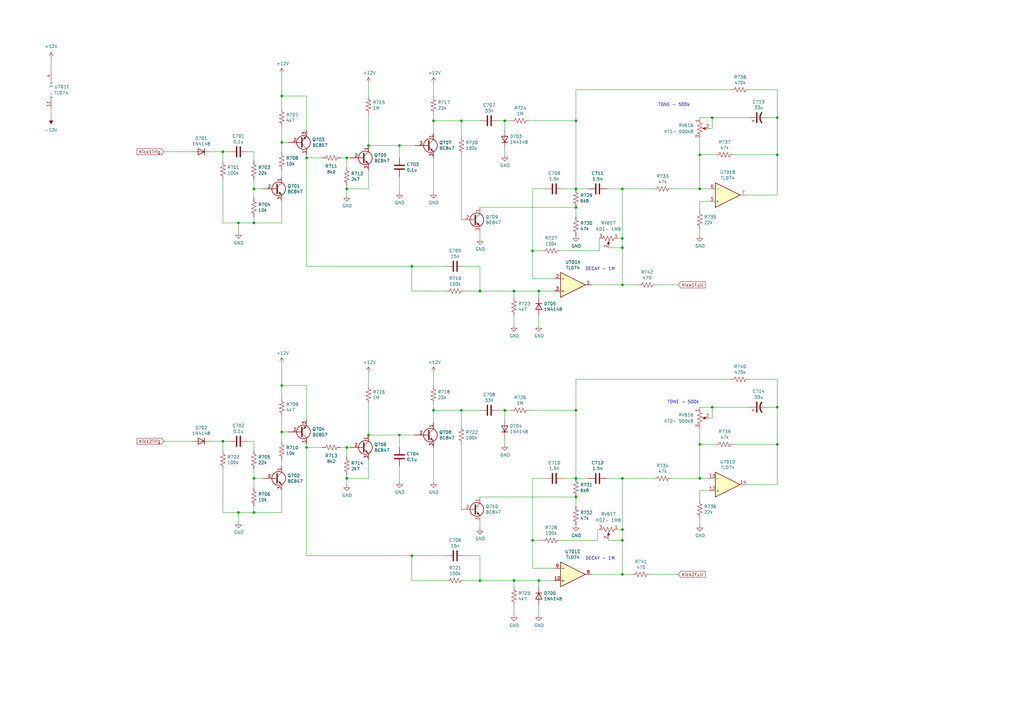
<source format=kicad_sch>
(kicad_sch (version 20230121) (generator eeschema)
  (paper "A3")
  (title_block (rev "1"))
  (junction (at 255.27 221.615))
  (junction (at 255.27 217.17))
  (junction (at 97.79 91.44))
  (junction (at 292.1 167.005))
  (junction (at 210.82 238.125))
  (junction (at 97.79 210.185))
  (junction (at 104.14 210.185))
  (junction (at 196.85 119.38))
  (junction (at 115.57 58.42))
  (junction (at 142.24 64.77))
  (junction (at 255.27 235.585))
  (junction (at 115.57 177.165))
  (junction (at 255.27 196.215))
  (junction (at 287.02 196.215))
  (junction (at 255.27 101.6))
  (junction (at 318.77 167.005))
  (junction (at 151.13 178.435))
  (junction (at 287.02 63.5))
  (junction (at 236.22 49.53))
  (junction (at 236.22 85.09))
  (junction (at 236.22 203.835))
  (junction (at 104.14 77.47))
  (junction (at 196.85 238.125))
  (junction (at 168.91 227.965))
  (junction (at 177.8 168.275))
  (junction (at 218.44 102.87))
  (junction (at 255.27 116.84))
  (junction (at 220.98 119.38))
  (junction (at 163.83 59.69))
  (junction (at 255.27 97.79))
  (junction (at 189.23 49.53))
  (junction (at 318.77 182.245))
  (junction (at 115.57 39.37))
  (junction (at 189.23 168.275))
  (junction (at 287.02 182.245))
  (junction (at 125.73 64.77))
  (junction (at 318.77 63.5))
  (junction (at 236.22 77.47))
  (junction (at 177.8 49.53))
  (junction (at 255.27 77.47))
  (junction (at 115.57 158.115))
  (junction (at 292.1 48.26))
  (junction (at 125.73 183.515))
  (junction (at 210.82 119.38))
  (junction (at 207.01 49.53))
  (junction (at 104.14 196.215))
  (junction (at 151.13 59.69))
  (junction (at 220.98 238.125))
  (junction (at 163.83 178.435))
  (junction (at 142.24 77.47))
  (junction (at 236.22 196.215))
  (junction (at 168.91 109.22))
  (junction (at 287.02 77.47))
  (junction (at 207.01 168.275))
  (junction (at 218.44 221.615))
  (junction (at 142.24 183.515))
  (junction (at 104.14 91.44))
  (junction (at 318.77 48.26))
  (junction (at 91.44 62.23))
  (junction (at 91.44 180.975))
  (junction (at 236.22 168.275))
  (junction (at 142.24 196.215))
  (wire (pts (xy 151.13 178.435) (xy 151.13 165.735)))
  (wire (pts (xy 255.27 116.84) (xy 261.62 116.84)))
  (wire (pts (xy 290.83 171.45) (xy 292.1 171.45)))
  (wire (pts (xy 318.77 155.575) (xy 307.34 155.575)))
  (wire (pts (xy 104.14 91.44) (xy 104.14 88.9)))
  (wire (pts (xy 151.13 39.37) (xy 151.13 34.29)))
  (wire (pts (xy 67.31 180.975) (xy 78.74 180.975)))
  (wire (pts (xy 207.01 49.53) (xy 209.55 49.53)))
  (wire (pts (xy 91.44 73.66) (xy 91.44 91.44)))
  (wire (pts (xy 151.13 59.69) (xy 151.13 46.99)))
  (wire (pts (xy 210.82 119.38) (xy 196.85 119.38)))
  (wire (pts (xy 91.44 66.04) (xy 91.44 62.23)))
  (wire (pts (xy 91.44 210.185) (xy 97.79 210.185)))
  (wire (pts (xy 177.8 197.485) (xy 177.8 183.515)))
  (wire (pts (xy 300.99 182.245) (xy 318.77 182.245)))
  (wire (pts (xy 189.23 55.88) (xy 189.23 49.53)))
  (wire (pts (xy 210.82 133.35) (xy 210.82 129.54)))
  (wire (pts (xy 125.73 183.515) (xy 132.08 183.515)))
  (wire (pts (xy 318.77 63.5) (xy 318.77 48.26)))
  (wire (pts (xy 222.25 102.87) (xy 218.44 102.87)))
  (wire (pts (xy 107.95 196.215) (xy 104.14 196.215)))
  (wire (pts (xy 125.73 158.115) (xy 115.57 158.115)))
  (wire (pts (xy 267.97 77.47) (xy 255.27 77.47)))
  (wire (pts (xy 227.33 233.045) (xy 218.44 233.045)))
  (wire (pts (xy 151.13 178.435) (xy 163.83 178.435)))
  (wire (pts (xy 142.24 77.47) (xy 142.24 76.2)))
  (wire (pts (xy 118.11 177.165) (xy 115.57 177.165)))
  (wire (pts (xy 255.27 77.47) (xy 248.92 77.47)))
  (wire (pts (xy 139.7 64.77) (xy 142.24 64.77)))
  (wire (pts (xy 168.91 227.965) (xy 182.88 227.965)))
  (wire (pts (xy 177.8 54.61) (xy 177.8 49.53)))
  (wire (pts (xy 287.02 63.5) (xy 287.02 77.47)))
  (wire (pts (xy 249.555 220.98) (xy 249.555 221.615)))
  (wire (pts (xy 115.57 58.42) (xy 115.57 52.07)))
  (wire (pts (xy 107.95 77.47) (xy 104.14 77.47)))
  (wire (pts (xy 287.02 215.265) (xy 287.02 212.725)))
  (wire (pts (xy 255.27 97.79) (xy 255.27 101.6)))
  (wire (pts (xy 91.44 184.785) (xy 91.44 180.975)))
  (wire (pts (xy 125.73 53.34) (xy 125.73 39.37)))
  (wire (pts (xy 287.02 82.55) (xy 287.02 86.36)))
  (wire (pts (xy 300.99 63.5) (xy 318.77 63.5)))
  (wire (pts (xy 306.07 80.01) (xy 318.77 80.01)))
  (wire (pts (xy 115.57 191.135) (xy 115.57 188.595)))
  (wire (pts (xy 218.44 77.47) (xy 223.52 77.47)))
  (wire (pts (xy 142.24 64.77) (xy 143.51 64.77)))
  (wire (pts (xy 292.1 171.45) (xy 292.1 167.005)))
  (wire (pts (xy 151.13 158.115) (xy 151.13 153.035)))
  (wire (pts (xy 255.27 196.215) (xy 255.27 217.17)))
  (wire (pts (xy 236.22 49.53) (xy 236.22 77.47)))
  (wire (pts (xy 210.82 119.38) (xy 220.98 119.38)))
  (wire (pts (xy 287.02 175.26) (xy 287.02 182.245)))
  (wire (pts (xy 196.85 216.535) (xy 196.85 213.995)))
  (wire (pts (xy 91.44 91.44) (xy 97.79 91.44)))
  (wire (pts (xy 210.82 238.125) (xy 210.82 240.665)))
  (wire (pts (xy 217.17 168.275) (xy 236.22 168.275)))
  (wire (pts (xy 318.77 36.83) (xy 307.34 36.83)))
  (wire (pts (xy 115.57 62.23) (xy 115.57 58.42)))
  (wire (pts (xy 207.01 168.275) (xy 209.55 168.275)))
  (wire (pts (xy 163.83 64.77) (xy 163.83 59.69)))
  (wire (pts (xy 318.77 48.26) (xy 314.96 48.26)))
  (wire (pts (xy 177.8 34.29) (xy 177.8 39.37)))
  (wire (pts (xy 97.79 95.25) (xy 97.79 91.44)))
  (wire (pts (xy 236.22 168.275) (xy 236.22 196.215)))
  (wire (pts (xy 190.5 109.22) (xy 196.85 109.22)))
  (wire (pts (xy 196.85 238.125) (xy 190.5 238.125)))
  (wire (pts (xy 207.01 172.085) (xy 207.01 168.275)))
  (wire (pts (xy 299.72 155.575) (xy 236.22 155.575)))
  (wire (pts (xy 210.82 238.125) (xy 196.85 238.125)))
  (wire (pts (xy 97.79 213.995) (xy 97.79 210.185)))
  (wire (pts (xy 104.14 180.975) (xy 104.14 184.785)))
  (wire (pts (xy 189.23 174.625) (xy 189.23 168.275)))
  (wire (pts (xy 104.14 210.185) (xy 104.14 207.645)))
  (wire (pts (xy 196.85 227.965) (xy 196.85 238.125)))
  (wire (pts (xy 217.17 49.53) (xy 236.22 49.53)))
  (wire (pts (xy 142.24 196.215) (xy 142.24 194.945)))
  (wire (pts (xy 151.13 196.215) (xy 151.13 188.595)))
  (wire (pts (xy 287.02 48.26) (xy 292.1 48.26)))
  (wire (pts (xy 142.24 198.755) (xy 142.24 196.215)))
  (wire (pts (xy 255.27 221.615) (xy 255.27 235.585)))
  (wire (pts (xy 125.73 182.245) (xy 125.73 183.515)))
  (wire (pts (xy 287.02 96.52) (xy 287.02 93.98)))
  (wire (pts (xy 287.02 182.245) (xy 287.02 196.215)))
  (wire (pts (xy 287.02 167.64) (xy 287.02 167.005)))
  (wire (pts (xy 236.22 155.575) (xy 236.22 168.275)))
  (wire (pts (xy 139.7 183.515) (xy 142.24 183.515)))
  (wire (pts (xy 318.77 48.26) (xy 318.77 36.83)))
  (wire (pts (xy 118.11 58.42) (xy 115.57 58.42)))
  (wire (pts (xy 163.83 178.435) (xy 170.18 178.435)))
  (wire (pts (xy 67.31 62.23) (xy 78.74 62.23)))
  (wire (pts (xy 210.82 119.38) (xy 210.82 121.92)))
  (wire (pts (xy 104.14 210.185) (xy 115.57 210.185)))
  (wire (pts (xy 207.01 63.5) (xy 207.01 60.96)))
  (wire (pts (xy 91.44 192.405) (xy 91.44 210.185)))
  (wire (pts (xy 249.555 101.6) (xy 255.27 101.6)))
  (wire (pts (xy 189.23 49.53) (xy 196.85 49.53)))
  (wire (pts (xy 142.24 183.515) (xy 143.51 183.515)))
  (wire (pts (xy 253.365 217.17) (xy 255.27 217.17)))
  (wire (pts (xy 241.3 77.47) (xy 236.22 77.47)))
  (wire (pts (xy 125.73 227.965) (xy 168.91 227.965)))
  (wire (pts (xy 229.87 102.87) (xy 245.745 102.87)))
  (wire (pts (xy 189.23 168.275) (xy 196.85 168.275)))
  (wire (pts (xy 196.85 203.835) (xy 236.22 203.835)))
  (wire (pts (xy 220.98 252.095) (xy 220.98 248.285)))
  (wire (pts (xy 220.98 119.38) (xy 227.33 119.38)))
  (wire (pts (xy 253.365 97.79) (xy 255.27 97.79)))
  (wire (pts (xy 182.88 119.38) (xy 168.91 119.38)))
  (wire (pts (xy 177.8 168.275) (xy 177.8 165.735)))
  (wire (pts (xy 227.33 114.3) (xy 218.44 114.3)))
  (wire (pts (xy 125.73 64.77) (xy 132.08 64.77)))
  (wire (pts (xy 318.77 182.245) (xy 318.77 167.005)))
  (wire (pts (xy 218.44 114.3) (xy 218.44 102.87)))
  (wire (pts (xy 168.91 119.38) (xy 168.91 109.22)))
  (wire (pts (xy 287.02 201.295) (xy 287.02 205.105)))
  (wire (pts (xy 293.37 63.5) (xy 287.02 63.5)))
  (wire (pts (xy 207.01 53.34) (xy 207.01 49.53)))
  (wire (pts (xy 177.8 49.53) (xy 177.8 46.99)))
  (wire (pts (xy 163.83 78.74) (xy 163.83 72.39)))
  (wire (pts (xy 242.57 116.84) (xy 255.27 116.84)))
  (wire (pts (xy 269.24 116.84) (xy 278.13 116.84)))
  (wire (pts (xy 204.47 168.275) (xy 207.01 168.275)))
  (wire (pts (xy 255.27 235.585) (xy 259.08 235.585)))
  (wire (pts (xy 189.23 63.5) (xy 189.23 90.17)))
  (wire (pts (xy 189.23 182.245) (xy 189.23 208.915)))
  (wire (pts (xy 86.36 180.975) (xy 91.44 180.975)))
  (wire (pts (xy 125.73 183.515) (xy 125.73 227.965)))
  (wire (pts (xy 207.01 182.245) (xy 207.01 179.705)))
  (wire (pts (xy 182.88 238.125) (xy 168.91 238.125)))
  (wire (pts (xy 104.14 196.215) (xy 104.14 192.405)))
  (wire (pts (xy 142.24 68.58) (xy 142.24 64.77)))
  (wire (pts (xy 287.02 196.215) (xy 290.83 196.215)))
  (wire (pts (xy 231.14 77.47) (xy 236.22 77.47)))
  (wire (pts (xy 168.91 109.22) (xy 182.88 109.22)))
  (wire (pts (xy 151.13 59.69) (xy 163.83 59.69)))
  (wire (pts (xy 163.83 197.485) (xy 163.83 191.135)))
  (wire (pts (xy 142.24 80.01) (xy 142.24 77.47)))
  (wire (pts (xy 168.91 238.125) (xy 168.91 227.965)))
  (wire (pts (xy 125.73 109.22) (xy 168.91 109.22)))
  (wire (pts (xy 104.14 81.28) (xy 104.14 77.47)))
  (wire (pts (xy 196.85 109.22) (xy 196.85 119.38)))
  (wire (pts (xy 245.11 217.17) (xy 245.11 221.615)))
  (wire (pts (xy 177.8 173.355) (xy 177.8 168.275)))
  (wire (pts (xy 196.85 119.38) (xy 190.5 119.38)))
  (wire (pts (xy 115.57 180.975) (xy 115.57 177.165)))
  (wire (pts (xy 115.57 91.44) (xy 115.57 82.55)))
  (wire (pts (xy 287.02 56.515) (xy 287.02 63.5)))
  (wire (pts (xy 293.37 182.245) (xy 287.02 182.245)))
  (wire (pts (xy 255.27 217.17) (xy 255.27 221.615)))
  (wire (pts (xy 210.82 238.125) (xy 220.98 238.125)))
  (wire (pts (xy 236.22 203.835) (xy 236.22 207.645)))
  (wire (pts (xy 101.6 62.23) (xy 104.14 62.23)))
  (wire (pts (xy 236.22 85.09) (xy 236.22 88.9)))
  (wire (pts (xy 91.44 180.975) (xy 93.98 180.975)))
  (wire (pts (xy 190.5 227.965) (xy 196.85 227.965)))
  (wire (pts (xy 249.555 221.615) (xy 255.27 221.615)))
  (wire (pts (xy 292.1 52.705) (xy 292.1 48.26)))
  (wire (pts (xy 287.02 48.26) (xy 287.02 48.895)))
  (wire (pts (xy 245.745 97.79) (xy 245.745 102.87)))
  (wire (pts (xy 290.83 52.705) (xy 292.1 52.705)))
  (wire (pts (xy 142.24 187.325) (xy 142.24 183.515)))
  (wire (pts (xy 125.73 64.77) (xy 125.73 109.22)))
  (wire (pts (xy 220.98 121.92) (xy 220.98 119.38)))
  (wire (pts (xy 97.79 210.185) (xy 104.14 210.185)))
  (wire (pts (xy 91.44 62.23) (xy 93.98 62.23)))
  (wire (pts (xy 218.44 221.615) (xy 218.44 196.215)))
  (wire (pts (xy 220.98 133.35) (xy 220.98 129.54)))
  (wire (pts (xy 125.73 63.5) (xy 125.73 64.77)))
  (wire (pts (xy 97.79 91.44) (xy 104.14 91.44)))
  (wire (pts (xy 245.745 217.17) (xy 245.11 217.17)))
  (wire (pts (xy 318.77 198.755) (xy 318.77 182.245)))
  (wire (pts (xy 204.47 49.53) (xy 207.01 49.53)))
  (wire (pts (xy 218.44 196.215) (xy 223.52 196.215)))
  (wire (pts (xy 101.6 180.975) (xy 104.14 180.975)))
  (wire (pts (xy 236.22 36.83) (xy 236.22 49.53)))
  (wire (pts (xy 20.955 44.45) (xy 20.955 48.26)))
  (wire (pts (xy 189.23 49.53) (xy 177.8 49.53)))
  (wire (pts (xy 229.87 221.615) (xy 245.11 221.615)))
  (wire (pts (xy 255.27 77.47) (xy 255.27 97.79)))
  (wire (pts (xy 86.36 62.23) (xy 91.44 62.23)))
  (wire (pts (xy 142.24 196.215) (xy 151.13 196.215)))
  (wire (pts (xy 177.8 153.035) (xy 177.8 158.115)))
  (wire (pts (xy 115.57 158.115) (xy 115.57 163.195)))
  (wire (pts (xy 242.57 235.585) (xy 255.27 235.585)))
  (wire (pts (xy 115.57 158.115) (xy 115.57 149.225)))
  (wire (pts (xy 115.57 177.165) (xy 115.57 170.815)))
  (wire (pts (xy 115.57 210.185) (xy 115.57 201.295)))
  (wire (pts (xy 163.83 59.69) (xy 170.18 59.69)))
  (wire (pts (xy 210.82 252.095) (xy 210.82 248.285)))
  (wire (pts (xy 318.77 80.01) (xy 318.77 63.5)))
  (wire (pts (xy 196.85 85.09) (xy 236.22 85.09)))
  (wire (pts (xy 287.02 77.47) (xy 290.83 77.47)))
  (wire (pts (xy 290.83 82.55) (xy 287.02 82.55)))
  (wire (pts (xy 241.3 196.215) (xy 236.22 196.215)))
  (wire (pts (xy 104.14 200.025) (xy 104.14 196.215)))
  (wire (pts (xy 218.44 233.045) (xy 218.44 221.615)))
  (wire (pts (xy 189.23 168.275) (xy 177.8 168.275)))
  (wire (pts (xy 115.57 39.37) (xy 115.57 30.48)))
  (wire (pts (xy 115.57 72.39) (xy 115.57 69.85)))
  (wire (pts (xy 292.1 167.005) (xy 307.34 167.005)))
  (wire (pts (xy 318.77 167.005) (xy 318.77 155.575)))
  (wire (pts (xy 287.02 167.005) (xy 292.1 167.005)))
  (wire (pts (xy 222.25 221.615) (xy 218.44 221.615)))
  (wire (pts (xy 275.59 196.215) (xy 287.02 196.215)))
  (wire (pts (xy 255.27 196.215) (xy 248.92 196.215)))
  (wire (pts (xy 267.97 196.215) (xy 255.27 196.215)))
  (wire (pts (xy 231.14 196.215) (xy 236.22 196.215)))
  (wire (pts (xy 142.24 77.47) (xy 151.13 77.47)))
  (wire (pts (xy 255.27 101.6) (xy 255.27 116.84)))
  (wire (pts (xy 299.72 36.83) (xy 236.22 36.83)))
  (wire (pts (xy 20.955 24.13) (xy 20.955 29.21)))
  (wire (pts (xy 151.13 77.47) (xy 151.13 69.85)))
  (wire (pts (xy 196.85 97.79) (xy 196.85 95.25)))
  (wire (pts (xy 220.98 240.665) (xy 220.98 238.125)))
  (wire (pts (xy 163.83 183.515) (xy 163.83 178.435)))
  (wire (pts (xy 115.57 39.37) (xy 115.57 44.45)))
  (wire (pts (xy 218.44 102.87) (xy 218.44 77.47)))
  (wire (pts (xy 318.77 167.005) (xy 314.96 167.005)))
  (wire (pts (xy 306.07 198.755) (xy 318.77 198.755)))
  (wire (pts (xy 125.73 172.085) (xy 125.73 158.115)))
  (wire (pts (xy 104.14 77.47) (xy 104.14 73.66)))
  (wire (pts (xy 104.14 62.23) (xy 104.14 66.04)))
  (wire (pts (xy 220.98 238.125) (xy 227.33 238.125)))
  (wire (pts (xy 125.73 39.37) (xy 115.57 39.37)))
  (wire (pts (xy 104.14 91.44) (xy 115.57 91.44)))
  (wire (pts (xy 292.1 48.26) (xy 307.34 48.26)))
  (wire (pts (xy 290.83 201.295) (xy 287.02 201.295)))
  (wire (pts (xy 177.8 78.74) (xy 177.8 64.77)))
  (wire (pts (xy 266.7 235.585) (xy 278.13 235.585)))
  (wire (pts (xy 275.59 77.47) (xy 287.02 77.47)))
  (text "TONE - 500k" (at 273.685 165.735 0) (effects (font (size 1.27 1.27)) (justify left bottom)))
  (text "DECAY - 1M" (at 240.03 229.87 0) (effects (font (size 1.27 1.27)) (justify left bottom)))
  (text "DECAY - 1M" (at 240.03 111.125 0) (effects (font (size 1.27 1.27)) (justify left bottom)))
  (text "TONE - 500k" (at 269.875 43.815 0) (effects (font (size 1.27 1.27)) (justify left bottom)))
  (global_label "Kick1Trig" (shape input) (at 67.31 62.23 180) (property "Intersheetrefs" "${INTERSHEET_REFS}" (effects hide)))
  (global_label "Kick2Trig" (shape input) (at 67.31 180.975 180) (property "Intersheetrefs" "${INTERSHEET_REFS}" (effects hide)))
  (global_label "Kick2Full" (shape input) (at 278.13 235.585 0) (property "Intersheetrefs" "${INTERSHEET_REFS}" (effects hide)))
  (global_label "Kick1Full" (shape input) (at 278.13 116.84 0) (property "Intersheetrefs" "${INTERSHEET_REFS}" (effects hide)))
  (symbol (lib_id "power:GND") (at 97.79 213.995 0) (unit 1)
    (property "Reference" "#PWR0704" (effects hide))
    (property "Value" "GND" (at 97.917 218.3892 0))
    (instances (project "ESP808_mk3" (path "" (reference "#PWR0704") (unit 1))) (project "ESP808" (path "" (reference "#PWR0203") (unit 1))) (project "Kicks" (path "" (reference "#PWR0203") (unit 1))))
  )
  (symbol (lib_id "Transistor_BJT:BC547") (at 175.26 178.435 0) (unit 1)
    (property "Reference" "Q708" (at 180.1114 177.2666 0) (effects (justify left)))
    (property "Value" "BC847" (at 180.1114 179.578 0) (effects (justify left)))
    (property "Footprint" "PCM_4ms_Package_SOT:SOT-23" (effects hide))
    (property "Datasheet" "https://www.onsemi.com/pub/Collateral/BC550-D.pdf" (effects hide))
    (instances (project "ESP808_mk3" (path "" (reference "Q708") (unit 1))) (project "ESP808" (path "" (reference "Q207") (unit 1))) (project "Kicks" (path "" (reference "Q207") (unit 1))))
  )
  (symbol (lib_id "Device:R_US") (at 287.02 90.17 180) (unit 1)
    (property "Reference" "R735" (at 288.7472 89.0016 0) (effects (justify right)))
    (property "Value" "22k" (at 288.7472 91.313 0) (effects (justify right)))
    (property "Footprint" "PCM_Resistor_SMD_AKL:R_0805_2012Metric" (effects hide))
    (instances (project "ESP808_mk3" (path "" (reference "R735") (unit 1))) (project "ESP808" (path "" (reference "R235") (unit 1))) (project "Kicks" (path "" (reference "R235") (unit 1))))
  )
  (symbol (lib_id "Device:C") (at 97.79 180.975 270) (unit 1)
    (property "Reference" "C702" (at 97.79 174.5742 90))
    (property "Value" "0.1u" (at 97.79 176.8856 90))
    (property "Footprint" "Capacitor_SMD:C_0805_2012Metric" (effects hide))
    (instances (project "ESP808_mk3" (path "" (reference "C702") (unit 1))) (project "ESP808" (path "" (reference "C201") (unit 1))) (project "Kicks" (path "" (reference "C201") (unit 1))))
  )
  (symbol (lib_id "Device:R_US") (at 213.36 49.53 90) (unit 1)
    (property "Reference" "R724" (at 213.36 44.323 90))
    (property "Value" "1M" (at 213.36 46.6344 90))
    (property "Footprint" "PCM_Resistor_SMD_AKL:R_0805_2012Metric" (effects hide))
    (instances (project "ESP808_mk3" (path "" (reference "R724") (unit 1))) (project "ESP808" (path "" (reference "R224") (unit 1))) (project "Kicks" (path "" (reference "R224") (unit 1))))
  )
  (symbol (lib_id "Device:R_US") (at 151.13 161.925 0) (unit 1)
    (property "Reference" "R716" (at 152.8572 160.7566 0) (effects (justify left)))
    (property "Value" "1M" (at 152.8572 163.068 0) (effects (justify left)))
    (property "Footprint" "PCM_Resistor_SMD_AKL:R_0805_2012Metric" (effects hide))
    (instances (project "ESP808_mk3" (path "" (reference "R716") (unit 1))) (project "ESP808" (path "" (reference "R215") (unit 1))) (project "Kicks" (path "" (reference "R215") (unit 1))))
  )
  (symbol (lib_id "Device:R_US") (at 142.24 191.135 180) (unit 1)
    (property "Reference" "R714" (at 143.9672 189.9666 0) (effects (justify right)))
    (property "Value" "2k7" (at 143.9672 192.278 0) (effects (justify right)))
    (property "Footprint" "PCM_Resistor_SMD_AKL:R_0805_2012Metric" (effects hide))
    (instances (project "ESP808_mk3" (path "" (reference "R714") (unit 1))) (project "ESP808" (path "" (reference "R212") (unit 1))) (project "Kicks" (path "" (reference "R212") (unit 1))))
  )
  (symbol (lib_id "power:GND") (at 196.85 97.79 0) (unit 1)
    (property "Reference" "#PWR0717" (effects hide))
    (property "Value" "GND" (at 196.977 102.1842 0))
    (instances (project "ESP808_mk3" (path "" (reference "#PWR0717") (unit 1))) (project "ESP808" (path "" (reference "#PWR0217") (unit 1))) (project "Kicks" (path "" (reference "#PWR0217") (unit 1))))
  )
  (symbol (lib_id "power:GND") (at 142.24 198.755 0) (unit 1)
    (property "Reference" "#PWR0708" (effects hide))
    (property "Value" "GND" (at 142.367 203.1492 0))
    (instances (project "ESP808_mk3" (path "" (reference "#PWR0708") (unit 1))) (project "ESP808" (path "" (reference "#PWR0207") (unit 1))) (project "Kicks" (path "" (reference "#PWR0207") (unit 1))))
  )
  (symbol (lib_id "power:GND") (at 210.82 252.095 0) (unit 1)
    (property "Reference" "#PWR0722" (effects hide))
    (property "Value" "GND" (at 210.947 256.4892 0))
    (instances (project "ESP808_mk3" (path "" (reference "#PWR0722") (unit 1))) (project "ESP808" (path "" (reference "#PWR0220") (unit 1))) (project "Kicks" (path "" (reference "#PWR0220") (unit 1))))
  )
  (symbol (lib_id "Device:R_US") (at 303.53 155.575 90) (unit 1)
    (property "Reference" "R740" (at 303.53 150.368 90))
    (property "Value" "470k" (at 303.53 152.6794 90))
    (property "Footprint" "PCM_Resistor_SMD_AKL:R_0805_2012Metric" (effects hide))
    (instances (project "ESP808_mk3" (path "" (reference "R740") (unit 1))) (project "ESP808" (path "" (reference "R238") (unit 1))) (project "Kicks" (path "" (reference "R238") (unit 1))))
  )
  (symbol (lib_id "power:GND") (at 210.82 133.35 0) (unit 1)
    (property "Reference" "#PWR0720" (effects hide))
    (property "Value" "GND" (at 210.947 137.7442 0))
    (instances (project "ESP808_mk3" (path "" (reference "#PWR0720") (unit 1))) (project "ESP808" (path "" (reference "#PWR0220") (unit 1))) (project "Kicks" (path "" (reference "#PWR0220") (unit 1))))
  )
  (symbol (lib_id "Device:R_US") (at 226.06 221.615 270) (unit 1)
    (property "Reference" "R728" (at 226.06 216.408 90))
    (property "Value" "100k" (at 226.06 218.7194 90))
    (property "Footprint" "PCM_Resistor_SMD_AKL:R_0805_2012Metric" (effects hide))
    (instances (project "ESP808_mk3" (path "" (reference "R728") (unit 1))) (project "ESP808" (path "" (reference "R227") (unit 1))) (project "Kicks" (path "" (reference "R227") (unit 1))))
  )
  (symbol (lib_id "power:GND") (at 207.01 182.245 0) (unit 1)
    (property "Reference" "#PWR0721" (effects hide))
    (property "Value" "GND" (at 207.137 186.6392 0))
    (instances (project "ESP808_mk3" (path "" (reference "#PWR0721") (unit 1))) (project "ESP808" (path "" (reference "#PWR0219") (unit 1))) (project "Kicks" (path "" (reference "#PWR0219") (unit 1))))
  )
  (symbol (lib_id "power:GND") (at 97.79 95.25 0) (unit 1)
    (property "Reference" "#PWR0703" (effects hide))
    (property "Value" "GND" (at 97.917 99.6442 0))
    (instances (project "ESP808_mk3" (path "" (reference "#PWR0703") (unit 1))) (project "ESP808" (path "" (reference "#PWR0203") (unit 1))) (project "Kicks" (path "" (reference "#PWR0203") (unit 1))))
  )
  (symbol (lib_id "Device:C") (at 245.11 77.47 270) (unit 1)
    (property "Reference" "C711" (at 245.11 71.0692 90))
    (property "Value" "1.5n" (at 245.11 73.3806 90))
    (property "Footprint" "Capacitor_SMD:C_0805_2012Metric" (effects hide))
    (instances (project "ESP808_mk3" (path "" (reference "C711") (unit 1))) (project "ESP808" (path "" (reference "C211") (unit 1))) (project "Kicks" (path "" (reference "C211") (unit 1))))
  )
  (symbol (lib_id "Amplifier_Operational:TL074") (at 23.495 36.83 0) (unit 5)
    (property "Reference" "U701" (at 22.225 35.56 0) (effects (justify left)))
    (property "Value" "TL074" (at 22.225 38.1 0) (effects (justify left)))
    (property "Footprint" "PCM_Package_SO_AKL:SOIC-14_3.9x8.7mm_P1.27mm" (effects hide))
    (property "Datasheet" "http://www.ti.com/lit/ds/symlink/tl071.pdf" (effects hide))
    (instances (project "ESP808_mk3" (path "" (reference "U701") (unit 5))) (project "ESP808" (path "" (reference "U201") (unit 5))) (project "Kicks" (path "" (reference "U201") (unit 5))))
  )
  (symbol (lib_id "Device:R_US") (at 236.22 81.28 180) (unit 1)
    (property "Reference" "R729" (at 237.9472 80.1116 0) (effects (justify right)))
    (property "Value" "6k8" (at 237.9472 82.423 0) (effects (justify right)))
    (property "Footprint" "PCM_Resistor_SMD_AKL:R_0805_2012Metric" (effects hide))
    (instances (project "ESP808_mk3" (path "" (reference "R729") (unit 1))) (project "ESP808" (path "" (reference "R229") (unit 1))) (project "Kicks" (path "" (reference "R229") (unit 1))))
  )
  (symbol (lib_id "Device:R_US") (at 115.57 184.785 0) (unit 1)
    (property "Reference" "R710" (at 117.2972 183.6166 0) (effects (justify left)))
    (property "Value" "10k" (at 117.2972 185.928 0) (effects (justify left)))
    (property "Footprint" "PCM_Resistor_SMD_AKL:R_0805_2012Metric" (effects hide))
    (instances (project "ESP808_mk3" (path "" (reference "R710") (unit 1))) (project "ESP808" (path "" (reference "R208") (unit 1))) (project "Kicks" (path "" (reference "R208") (unit 1))))
  )
  (symbol (lib_id "power:GND") (at 287.02 215.265 0) (unit 1)
    (property "Reference" "#PWR0728" (effects hide))
    (property "Value" "GND" (at 287.147 219.6592 0))
    (instances (project "ESP808_mk3" (path "" (reference "#PWR0728") (unit 1))) (project "ESP808" (path "" (reference "#PWR0227") (unit 1))) (project "Kicks" (path "" (reference "#PWR0227") (unit 1))))
  )
  (symbol (lib_id "Device:R_US") (at 135.89 64.77 270) (unit 1)
    (property "Reference" "R711" (at 135.89 68.1736 90))
    (property "Value" "8k2" (at 135.89 70.485 90))
    (property "Footprint" "PCM_Resistor_SMD_AKL:R_0805_2012Metric" (effects hide))
    (instances (project "ESP808_mk3" (path "" (reference "R711") (unit 1))) (project "ESP808" (path "" (reference "R211") (unit 1))) (project "Kicks" (path "" (reference "R211") (unit 1))))
  )
  (symbol (lib_id "Diode:1N4148") (at 207.01 175.895 90) (unit 1)
    (property "Reference" "D704" (at 209.042 174.7266 90) (effects (justify right)))
    (property "Value" "1N4148" (at 209.042 177.038 90) (effects (justify right)))
    (property "Footprint" "Diode_SMD:D_SOD-123" (effects hide))
    (property "Datasheet" "https://assets.nexperia.com/documents/data-sheet/1N4148_1N4448.pdf" (effects hide))
    (property "Sim.Device" "D" (effects hide))
    (property "Sim.Pins" "1=K 2=A" (effects hide))
    (instances (project "ESP808_mk3" (path "" (reference "D704") (unit 1))) (project "ESP808" (path "" (reference "D203") (unit 1))) (project "Kicks" (path "" (reference "D203") (unit 1))))
  )
  (symbol (lib_id "Device:R_US") (at 265.43 116.84 270) (unit 1)
    (property "Reference" "R742" (at 265.43 111.633 90))
    (property "Value" "470" (at 265.43 113.9444 90))
    (property "Footprint" "PCM_Resistor_SMD_AKL:R_0805_2012Metric" (effects hide))
    (instances (project "ESP808_mk3" (path "" (reference "R742") (unit 1))) (project "ESP808" (path "" (reference "R227") (unit 1))) (project "Kicks" (path "" (reference "R227") (unit 1))))
  )
  (symbol (lib_id "Device:C") (at 163.83 187.325 0) (unit 1)
    (property "Reference" "C704" (at 166.751 186.1566 0) (effects (justify left)))
    (property "Value" "0.1u" (at 166.751 188.468 0) (effects (justify left)))
    (property "Footprint" "Capacitor_SMD:C_0805_2012Metric" (effects hide))
    (instances (project "ESP808_mk3" (path "" (reference "C704") (unit 1))) (project "ESP808" (path "" (reference "C203") (unit 1))) (project "Kicks" (path "" (reference "C203") (unit 1))))
  )
  (symbol (lib_id "Device:R_US") (at 236.22 92.71 180) (unit 1)
    (property "Reference" "R730" (at 237.9472 91.5416 0) (effects (justify right)))
    (property "Value" "47k" (at 237.9472 93.853 0) (effects (justify right)))
    (property "Footprint" "PCM_Resistor_SMD_AKL:R_0805_2012Metric" (effects hide))
    (instances (project "ESP808_mk3" (path "" (reference "R730") (unit 1))) (project "ESP808" (path "" (reference "R230") (unit 1))) (project "Kicks" (path "" (reference "R230") (unit 1))))
  )
  (symbol (lib_id "Device:C_Polarized_US") (at 311.15 48.26 90) (unit 1)
    (property "Reference" "C713" (at 311.15 41.783 90))
    (property "Value" "33u" (at 311.15 44.0944 90))
    (property "Footprint" "Capacitor_THT:CP_Radial_D5.0mm_P2.00mm" (effects hide))
    (instances (project "ESP808_mk3" (path "" (reference "C713") (unit 1))) (project "ESP808" (path "" (reference "C213") (unit 1))) (project "Kicks" (path "" (reference "C213") (unit 1))))
  )
  (symbol (lib_id "power:GND") (at 142.24 80.01 0) (unit 1)
    (property "Reference" "#PWR0707" (effects hide))
    (property "Value" "GND" (at 142.367 84.4042 0))
    (instances (project "ESP808_mk3" (path "" (reference "#PWR0707") (unit 1))) (project "ESP808" (path "" (reference "#PWR0207") (unit 1))) (project "Kicks" (path "" (reference "#PWR0207") (unit 1))))
  )
  (symbol (lib_id "Device:R_Potentiometer_US") (at 287.02 171.45 0) (unit 1)
    (property "Reference" "RV616" (at 284.48 170.18 0) (effects (justify right)))
    (property "Value" "KT2- 500kB" (at 284.48 172.72 0) (effects (justify right)))
    (property "Footprint" "PCM_Potentiometer_THT_AKL:Potentiometer_Alpha_RD901F-40-00D_Single_Vertical" (effects hide))
    (instances (project "ESP808_mk3" (path "" (reference "RV616") (unit 1)) (path "" (reference "RV704") (unit 1))) (project "Mixer" (path "" (reference "RV616") (unit 1))))
  )
  (symbol (lib_id "Transistor_BJT:BC547") (at 194.31 208.915 0) (unit 1)
    (property "Reference" "Q710" (at 199.1614 207.7466 0) (effects (justify left)))
    (property "Value" "BC847" (at 199.1614 210.058 0) (effects (justify left)))
    (property "Footprint" "PCM_4ms_Package_SOT:SOT-23" (effects hide))
    (property "Datasheet" "https://www.onsemi.com/pub/Collateral/BC550-D.pdf" (effects hide))
    (instances (project "ESP808_mk3" (path "" (reference "Q710") (unit 1))) (project "ESP808" (path "" (reference "Q209") (unit 1))) (project "Kicks" (path "" (reference "Q209") (unit 1))))
  )
  (symbol (lib_id "Device:C") (at 227.33 196.215 270) (unit 1)
    (property "Reference" "C710" (at 227.33 189.8142 90))
    (property "Value" "1.5n" (at 227.33 192.1256 90))
    (property "Footprint" "Capacitor_SMD:C_0805_2012Metric" (effects hide))
    (instances (project "ESP808_mk3" (path "" (reference "C710") (unit 1))) (project "ESP808" (path "" (reference "C209") (unit 1))) (project "Kicks" (path "" (reference "C209") (unit 1))))
  )
  (symbol (lib_id "Device:R_US") (at 104.14 85.09 0) (unit 1)
    (property "Reference" "R704" (at 105.8672 83.9216 0) (effects (justify left)))
    (property "Value" "10k" (at 105.8672 86.233 0) (effects (justify left)))
    (property "Footprint" "PCM_Resistor_SMD_AKL:R_0805_2012Metric" (effects hide))
    (instances (project "ESP808_mk3" (path "" (reference "R704") (unit 1))) (project "ESP808" (path "" (reference "R204") (unit 1))) (project "Kicks" (path "" (reference "R204") (unit 1))))
  )
  (symbol (lib_id "power:GND") (at 163.83 197.485 0) (unit 1)
    (property "Reference" "#PWR0712" (effects hide))
    (property "Value" "GND" (at 163.957 201.8792 0))
    (instances (project "ESP808_mk3" (path "" (reference "#PWR0712") (unit 1))) (project "ESP808" (path "" (reference "#PWR0211") (unit 1))) (project "Kicks" (path "" (reference "#PWR0211") (unit 1))))
  )
  (symbol (lib_id "power:GND") (at 220.98 133.35 0) (unit 1)
    (property "Reference" "#PWR0723" (effects hide))
    (property "Value" "GND" (at 221.107 137.7442 0))
    (instances (project "ESP808_mk3" (path "" (reference "#PWR0723") (unit 1))) (project "ESP808" (path "" (reference "#PWR0223") (unit 1))) (project "Kicks" (path "" (reference "#PWR0223") (unit 1))))
  )
  (symbol (lib_id "power:GND") (at 196.85 216.535 0) (unit 1)
    (property "Reference" "#PWR0718" (effects hide))
    (property "Value" "GND" (at 196.977 220.9292 0))
    (instances (project "ESP808_mk3" (path "" (reference "#PWR0718") (unit 1))) (project "ESP808" (path "" (reference "#PWR0217") (unit 1))) (project "Kicks" (path "" (reference "#PWR0217") (unit 1))))
  )
  (symbol (lib_id "Device:R_US") (at 189.23 59.69 180) (unit 1)
    (property "Reference" "R720" (at 190.9572 58.5216 0) (effects (justify right)))
    (property "Value" "100k" (at 190.9572 60.833 0) (effects (justify right)))
    (property "Footprint" "PCM_Resistor_SMD_AKL:R_0805_2012Metric" (effects hide))
    (instances (project "ESP808_mk3" (path "" (reference "R720") (unit 1))) (project "ESP808" (path "" (reference "R220") (unit 1))) (project "Kicks" (path "" (reference "R220") (unit 1))))
  )
  (symbol (lib_id "Device:R_US") (at 236.22 211.455 180) (unit 1)
    (property "Reference" "R732" (at 237.9472 210.2866 0) (effects (justify right)))
    (property "Value" "47k" (at 237.9472 212.598 0) (effects (justify right)))
    (property "Footprint" "PCM_Resistor_SMD_AKL:R_0805_2012Metric" (effects hide))
    (instances (project "ESP808_mk3" (path "" (reference "R732") (unit 1))) (project "ESP808" (path "" (reference "R230") (unit 1))) (project "Kicks" (path "" (reference "R230") (unit 1))))
  )
  (symbol (lib_id "Device:R_US") (at 115.57 167.005 0) (unit 1)
    (property "Reference" "R709" (at 117.2972 165.8366 0) (effects (justify left)))
    (property "Value" "4k7" (at 117.2972 168.148 0) (effects (justify left)))
    (property "Footprint" "PCM_Resistor_SMD_AKL:R_0805_2012Metric" (effects hide))
    (instances (project "ESP808_mk3" (path "" (reference "R709") (unit 1))) (project "ESP808" (path "" (reference "R207") (unit 1))) (project "Kicks" (path "" (reference "R207") (unit 1))))
  )
  (symbol (lib_id "Device:R_US") (at 115.57 48.26 0) (unit 1)
    (property "Reference" "R707" (at 117.2972 47.0916 0) (effects (justify left)))
    (property "Value" "4k7" (at 117.2972 49.403 0) (effects (justify left)))
    (property "Footprint" "PCM_Resistor_SMD_AKL:R_0805_2012Metric" (effects hide))
    (instances (project "ESP808_mk3" (path "" (reference "R707") (unit 1))) (project "ESP808" (path "" (reference "R207") (unit 1))) (project "Kicks" (path "" (reference "R207") (unit 1))))
  )
  (symbol (lib_id "Device:R_US") (at 177.8 43.18 0) (unit 1)
    (property "Reference" "R717" (at 179.5272 42.0116 0) (effects (justify left)))
    (property "Value" "22k" (at 179.5272 44.323 0) (effects (justify left)))
    (property "Footprint" "PCM_Resistor_SMD_AKL:R_0805_2012Metric" (effects hide))
    (instances (project "ESP808_mk3" (path "" (reference "R717") (unit 1))) (project "ESP808" (path "" (reference "R217") (unit 1))) (project "Kicks" (path "" (reference "R217") (unit 1))))
  )
  (symbol (lib_id "Transistor_BJT:BC557") (at 123.19 58.42 0) (mirror x) (unit 1)
    (property "Reference" "Q703" (at 128.0414 57.2516 0) (effects (justify left)))
    (property "Value" "BC857" (at 128.0414 59.563 0) (effects (justify left)))
    (property "Footprint" "PCM_4ms_Package_SOT:SOT-23" (effects hide))
    (property "Datasheet" "https://www.onsemi.com/pub/Collateral/BC556BTA-D.pdf" (effects hide))
    (instances (project "ESP808_mk3" (path "" (reference "Q703") (unit 1))) (project "ESP808" (path "" (reference "Q203") (unit 1))) (project "Kicks" (path "" (reference "Q203") (unit 1))))
  )
  (symbol (lib_id "power:GND") (at 207.01 63.5 0) (unit 1)
    (property "Reference" "#PWR0719" (effects hide))
    (property "Value" "GND" (at 207.137 67.8942 0))
    (instances (project "ESP808_mk3" (path "" (reference "#PWR0719") (unit 1))) (project "ESP808" (path "" (reference "#PWR0219") (unit 1))) (project "Kicks" (path "" (reference "#PWR0219") (unit 1))))
  )
  (symbol (lib_id "Device:C") (at 245.11 196.215 270) (unit 1)
    (property "Reference" "C712" (at 245.11 189.8142 90))
    (property "Value" "1.5n" (at 245.11 192.1256 90))
    (property "Footprint" "Capacitor_SMD:C_0805_2012Metric" (effects hide))
    (instances (project "ESP808_mk3" (path "" (reference "C712") (unit 1))) (project "ESP808" (path "" (reference "C211") (unit 1))) (project "Kicks" (path "" (reference "C211") (unit 1))))
  )
  (symbol (lib_id "power:GND") (at 220.98 252.095 0) (unit 1)
    (property "Reference" "#PWR0724" (effects hide))
    (property "Value" "GND" (at 221.107 256.4892 0))
    (instances (project "ESP808_mk3" (path "" (reference "#PWR0724") (unit 1))) (project "ESP808" (path "" (reference "#PWR0223") (unit 1))) (project "Kicks" (path "" (reference "#PWR0223") (unit 1))))
  )
  (symbol (lib_id "Amplifier_Operational:TL074") (at 298.45 80.01 0) (mirror x) (unit 2)
    (property "Reference" "U701" (at 298.45 70.6882 0))
    (property "Value" "TL074" (at 298.45 72.9996 0))
    (property "Footprint" "PCM_Package_SO_AKL:SOIC-14_3.9x8.7mm_P1.27mm" (effects hide))
    (property "Datasheet" "http://www.ti.com/lit/ds/symlink/tl071.pdf" (effects hide))
    (instances (project "ESP808_mk3" (path "" (reference "U701") (unit 2))) (project "ESP808" (path "" (reference "U201") (unit 2))) (project "Kicks" (path "" (reference "U201") (unit 2))))
  )
  (symbol (lib_id "Transistor_BJT:BC547") (at 194.31 90.17 0) (unit 1)
    (property "Reference" "Q709" (at 199.1614 89.0016 0) (effects (justify left)))
    (property "Value" "BC847" (at 199.1614 91.313 0) (effects (justify left)))
    (property "Footprint" "PCM_4ms_Package_SOT:SOT-23" (effects hide))
    (property "Datasheet" "https://www.onsemi.com/pub/Collateral/BC550-D.pdf" (effects hide))
    (instances (project "ESP808_mk3" (path "" (reference "Q709") (unit 1))) (project "ESP808" (path "" (reference "Q209") (unit 1))) (project "Kicks" (path "" (reference "Q209") (unit 1))))
  )
  (symbol (lib_id "Diode:1N4148") (at 82.55 180.975 180) (unit 1)
    (property "Reference" "D702" (at 82.55 175.4632 0))
    (property "Value" "1N4148" (at 82.55 177.7746 0))
    (property "Footprint" "Diode_SMD:D_SOD-123" (effects hide))
    (property "Datasheet" "https://assets.nexperia.com/documents/data-sheet/1N4148_1N4448.pdf" (effects hide))
    (property "Sim.Device" "D" (effects hide))
    (property "Sim.Pins" "1=K 2=A" (effects hide))
    (instances (project "ESP808_mk3" (path "" (reference "D702") (unit 1))) (project "ESP808" (path "" (reference "D201") (unit 1))) (project "Kicks" (path "" (reference "D201") (unit 1))))
  )
  (symbol (lib_id "Amplifier_Operational:TL074") (at 234.95 116.84 0) (mirror x) (unit 1)
    (property "Reference" "U701" (at 234.95 107.5182 0))
    (property "Value" "TL074" (at 234.95 109.8296 0))
    (property "Footprint" "PCM_Package_SO_AKL:SOIC-14_3.9x8.7mm_P1.27mm" (effects hide))
    (property "Datasheet" "http://www.ti.com/lit/ds/symlink/tl071.pdf" (effects hide))
    (instances (project "ESP808_mk3" (path "" (reference "U701") (unit 1))) (project "ESP808" (path "" (reference "U201") (unit 1))) (project "Kicks" (path "" (reference "U201") (unit 1))))
  )
  (symbol (lib_id "Device:R_Potentiometer_US") (at 287.02 52.705 0) (unit 1)
    (property "Reference" "RV616" (at 284.48 51.435 0) (effects (justify right)))
    (property "Value" "KT1- 500kB" (at 284.48 53.975 0) (effects (justify right)))
    (property "Footprint" "PCM_Potentiometer_THT_AKL:Potentiometer_Alpha_RD901F-40-00D_Single_Vertical" (effects hide))
    (instances (project "ESP808_mk3" (path "" (reference "RV616") (unit 1)) (path "" (reference "RV703") (unit 1))) (project "Mixer" (path "" (reference "RV616") (unit 1))))
  )
  (symbol (lib_id "Device:R_US") (at 91.44 69.85 0) (unit 1)
    (property "Reference" "R701" (at 93.1672 68.6816 0) (effects (justify left)))
    (property "Value" "100k" (at 93.1672 70.993 0) (effects (justify left)))
    (property "Footprint" "PCM_Resistor_SMD_AKL:R_0805_2012Metric" (effects hide))
    (instances (project "ESP808_mk3" (path "" (reference "R701") (unit 1))) (project "ESP808" (path "" (reference "R201") (unit 1))) (project "Kicks" (path "" (reference "R201") (unit 1))))
  )
  (symbol (lib_id "Device:R_US") (at 186.69 238.125 90) (unit 1)
    (property "Reference" "R721" (at 186.69 232.918 90))
    (property "Value" "100k" (at 186.69 235.2294 90))
    (property "Footprint" "PCM_Resistor_SMD_AKL:R_0805_2012Metric" (effects hide))
    (instances (project "ESP808_mk3" (path "" (reference "R721") (unit 1))) (project "ESP808" (path "" (reference "R219") (unit 1))) (project "Kicks" (path "" (reference "R219") (unit 1))))
  )
  (symbol (lib_id "Device:R_US") (at 104.14 203.835 0) (unit 1)
    (property "Reference" "R706" (at 105.8672 202.6666 0) (effects (justify left)))
    (property "Value" "10k" (at 105.8672 204.978 0) (effects (justify left)))
    (property "Footprint" "PCM_Resistor_SMD_AKL:R_0805_2012Metric" (effects hide))
    (instances (project "ESP808_mk3" (path "" (reference "R706") (unit 1))) (project "ESP808" (path "" (reference "R204") (unit 1))) (project "Kicks" (path "" (reference "R204") (unit 1))))
  )
  (symbol (lib_id "Device:R_US") (at 189.23 178.435 180) (unit 1)
    (property "Reference" "R722" (at 190.9572 177.2666 0) (effects (justify right)))
    (property "Value" "100k" (at 190.9572 179.578 0) (effects (justify right)))
    (property "Footprint" "PCM_Resistor_SMD_AKL:R_0805_2012Metric" (effects hide))
    (instances (project "ESP808_mk3" (path "" (reference "R722") (unit 1))) (project "ESP808" (path "" (reference "R220") (unit 1))) (project "Kicks" (path "" (reference "R220") (unit 1))))
  )
  (symbol (lib_id "power:+12V") (at 151.13 34.29 0) (unit 1)
    (property "Reference" "#PWR0709" (effects hide))
    (property "Value" "+12V" (at 151.511 29.8958 0))
    (instances (project "ESP808_mk3" (path "" (reference "#PWR0709") (unit 1))) (project "ESP808" (path "" (reference "#PWR0209") (unit 1))) (project "Kicks" (path "" (reference "#PWR0209") (unit 1))))
  )
  (symbol (lib_id "Device:R_US") (at 142.24 72.39 180) (unit 1)
    (property "Reference" "R712" (at 143.9672 71.2216 0) (effects (justify right)))
    (property "Value" "2k7" (at 143.9672 73.533 0) (effects (justify right)))
    (property "Footprint" "PCM_Resistor_SMD_AKL:R_0805_2012Metric" (effects hide))
    (instances (project "ESP808_mk3" (path "" (reference "R712") (unit 1))) (project "ESP808" (path "" (reference "R212") (unit 1))) (project "Kicks" (path "" (reference "R212") (unit 1))))
  )
  (symbol (lib_id "Device:C") (at 200.66 49.53 270) (unit 1)
    (property "Reference" "C707" (at 200.66 43.1292 90))
    (property "Value" "33n" (at 200.66 45.4406 90))
    (property "Footprint" "Capacitor_SMD:C_0805_2012Metric" (effects hide))
    (instances (project "ESP808_mk3" (path "" (reference "C707") (unit 1))) (project "ESP808" (path "" (reference "C207") (unit 1))) (project "Kicks" (path "" (reference "C207") (unit 1))))
  )
  (symbol (lib_id "Device:R_US") (at 297.18 63.5 90) (unit 1)
    (property "Reference" "R737" (at 297.18 58.293 90))
    (property "Value" "47k" (at 297.18 60.6044 90))
    (property "Footprint" "PCM_Resistor_SMD_AKL:R_0805_2012Metric" (effects hide))
    (instances (project "ESP808_mk3" (path "" (reference "R737") (unit 1))) (project "ESP808" (path "" (reference "R237") (unit 1))) (project "Kicks" (path "" (reference "R237") (unit 1))))
  )
  (symbol (lib_id "power:+12V") (at 177.8 34.29 0) (unit 1)
    (property "Reference" "#PWR0713" (effects hide))
    (property "Value" "+12V" (at 178.181 29.8958 0))
    (instances (project "ESP808_mk3" (path "" (reference "#PWR0713") (unit 1))) (project "ESP808" (path "" (reference "#PWR0213") (unit 1))) (project "Kicks" (path "" (reference "#PWR0213") (unit 1))))
  )
  (symbol (lib_id "power:+12V") (at 151.13 153.035 0) (unit 1)
    (property "Reference" "#PWR0710" (effects hide))
    (property "Value" "+12V" (at 151.511 148.6408 0))
    (instances (project "ESP808_mk3" (path "" (reference "#PWR0710") (unit 1))) (project "ESP808" (path "" (reference "#PWR0209") (unit 1))) (project "Kicks" (path "" (reference "#PWR0209") (unit 1))))
  )
  (symbol (lib_id "Device:R_US") (at 262.89 235.585 270) (unit 1)
    (property "Reference" "R741" (at 262.89 230.378 90))
    (property "Value" "470" (at 262.89 232.6894 90))
    (property "Footprint" "PCM_Resistor_SMD_AKL:R_0805_2012Metric" (effects hide))
    (instances (project "ESP808_mk3" (path "" (reference "R741") (unit 1))) (project "ESP808" (path "" (reference "R227") (unit 1))) (project "Kicks" (path "" (reference "R227") (unit 1))))
  )
  (symbol (lib_id "Diode:1N4148") (at 207.01 57.15 90) (unit 1)
    (property "Reference" "D703" (at 209.042 55.9816 90) (effects (justify right)))
    (property "Value" "1N4148" (at 209.042 58.293 90) (effects (justify right)))
    (property "Footprint" "Diode_SMD:D_SOD-123" (effects hide))
    (property "Datasheet" "https://assets.nexperia.com/documents/data-sheet/1N4148_1N4448.pdf" (effects hide))
    (property "Sim.Device" "D" (effects hide))
    (property "Sim.Pins" "1=K 2=A" (effects hide))
    (instances (project "ESP808_mk3" (path "" (reference "D703") (unit 1))) (project "ESP808" (path "" (reference "D203") (unit 1))) (project "Kicks" (path "" (reference "D203") (unit 1))))
  )
  (symbol (lib_id "Device:R_US") (at 186.69 119.38 90) (unit 1)
    (property "Reference" "R719" (at 186.69 114.173 90))
    (property "Value" "100k" (at 186.69 116.4844 90))
    (property "Footprint" "PCM_Resistor_SMD_AKL:R_0805_2012Metric" (effects hide))
    (instances (project "ESP808_mk3" (path "" (reference "R719") (unit 1))) (project "ESP808" (path "" (reference "R219") (unit 1))) (project "Kicks" (path "" (reference "R219") (unit 1))))
  )
  (symbol (lib_id "Amplifier_Operational:TL074") (at 234.95 235.585 0) (mirror x) (unit 3)
    (property "Reference" "U701" (at 234.95 226.2632 0))
    (property "Value" "TL074" (at 234.95 228.5746 0))
    (property "Footprint" "PCM_Package_SO_AKL:SOIC-14_3.9x8.7mm_P1.27mm" (effects hide))
    (property "Datasheet" "http://www.ti.com/lit/ds/symlink/tl071.pdf" (effects hide))
    (instances (project "ESP808_mk3" (path "" (reference "U701") (unit 3))) (project "ESP808" (path "" (reference "U201") (unit 1))) (project "Kicks" (path "" (reference "U201") (unit 1))))
  )
  (symbol (lib_id "Transistor_BJT:BC547") (at 113.03 77.47 0) (unit 1)
    (property "Reference" "Q701" (at 117.8814 76.3016 0) (effects (justify left)))
    (property "Value" "BC847" (at 117.8814 78.613 0) (effects (justify left)))
    (property "Footprint" "PCM_4ms_Package_SOT:SOT-23" (effects hide))
    (property "Datasheet" "https://www.onsemi.com/pub/Collateral/BC550-D.pdf" (effects hide))
    (instances (project "ESP808_mk3" (path "" (reference "Q701") (unit 1))) (project "ESP808" (path "" (reference "Q201") (unit 1))) (project "Kicks" (path "" (reference "Q201") (unit 1))))
  )
  (symbol (lib_id "Device:R_US") (at 177.8 161.925 0) (unit 1)
    (property "Reference" "R718" (at 179.5272 160.7566 0) (effects (justify left)))
    (property "Value" "22k" (at 179.5272 163.068 0) (effects (justify left)))
    (property "Footprint" "PCM_Resistor_SMD_AKL:R_0805_2012Metric" (effects hide))
    (instances (project "ESP808_mk3" (path "" (reference "R718") (unit 1))) (project "ESP808" (path "" (reference "R217") (unit 1))) (project "Kicks" (path "" (reference "R217") (unit 1))))
  )
  (symbol (lib_id "Device:R_US") (at 287.02 208.915 180) (unit 1)
    (property "Reference" "R736" (at 288.7472 207.7466 0) (effects (justify right)))
    (property "Value" "22k" (at 288.7472 210.058 0) (effects (justify right)))
    (property "Footprint" "PCM_Resistor_SMD_AKL:R_0805_2012Metric" (effects hide))
    (instances (project "ESP808_mk3" (path "" (reference "R736") (unit 1))) (project "ESP808" (path "" (reference "R235") (unit 1))) (project "Kicks" (path "" (reference "R235") (unit 1))))
  )
  (symbol (lib_id "Device:R_Potentiometer_US") (at 249.555 217.17 270) (unit 1)
    (property "Reference" "RV617" (at 249.555 210.82 90))
    (property "Value" "KD2- 1MB" (at 249.555 213.36 90))
    (property "Footprint" "PCM_Potentiometer_THT_AKL:Potentiometer_Alpha_RD901F-40-00D_Single_Vertical" (effects hide))
    (instances (project "ESP808_mk3" (path "" (reference "RV617") (unit 1)) (path "" (reference "RV702") (unit 1))) (project "Mixer" (path "" (reference "RV617") (unit 1))))
  )
  (symbol (lib_id "PCM_4ms_Power-symbol:+12V") (at 20.955 24.13 0) (unit 1)
    (property "Reference" "#PWR0701" (effects hide))
    (property "Value" "+12V" (at 20.955 19.05 0))
    (instances (project "ESP808_mk3" (path "" (reference "#PWR0701") (unit 1))) (project "ESP808" (path "" (reference "#PWR0201") (unit 1))) (project "Kicks" (path "" (reference "#PWR0201") (unit 1))))
  )
  (symbol (lib_id "Device:R_US") (at 236.22 200.025 180) (unit 1)
    (property "Reference" "R731" (at 237.9472 198.8566 0) (effects (justify right)))
    (property "Value" "6k8" (at 237.9472 201.168 0) (effects (justify right)))
    (property "Footprint" "PCM_Resistor_SMD_AKL:R_0805_2012Metric" (effects hide))
    (instances (project "ESP808_mk3" (path "" (reference "R731") (unit 1))) (project "ESP808" (path "" (reference "R229") (unit 1))) (project "Kicks" (path "" (reference "R229") (unit 1))))
  )
  (symbol (lib_id "Device:R_US") (at 226.06 102.87 270) (unit 1)
    (property "Reference" "R727" (at 226.06 97.663 90))
    (property "Value" "100k" (at 226.06 99.9744 90))
    (property "Footprint" "PCM_Resistor_SMD_AKL:R_0805_2012Metric" (effects hide))
    (instances (project "ESP808_mk3" (path "" (reference "R727") (unit 1))) (project "ESP808" (path "" (reference "R227") (unit 1))) (project "Kicks" (path "" (reference "R227") (unit 1))))
  )
  (symbol (lib_id "Transistor_BJT:BC547") (at 113.03 196.215 0) (unit 1)
    (property "Reference" "Q702" (at 117.8814 195.0466 0) (effects (justify left)))
    (property "Value" "BC847" (at 117.8814 197.358 0) (effects (justify left)))
    (property "Footprint" "PCM_4ms_Package_SOT:SOT-23" (effects hide))
    (property "Datasheet" "https://www.onsemi.com/pub/Collateral/BC550-D.pdf" (effects hide))
    (instances (project "ESP808_mk3" (path "" (reference "Q702") (unit 1))) (project "ESP808" (path "" (reference "Q201") (unit 1))) (project "Kicks" (path "" (reference "Q201") (unit 1))))
  )
  (symbol (lib_id "Device:C") (at 186.69 109.22 270) (unit 1)
    (property "Reference" "C705" (at 186.69 102.8192 90))
    (property "Value" "15n" (at 186.69 105.1306 90))
    (property "Footprint" "Capacitor_SMD:C_0805_2012Metric" (effects hide))
    (instances (project "ESP808_mk3" (path "" (reference "C705") (unit 1))) (project "ESP808" (path "" (reference "C205") (unit 1))) (project "Kicks" (path "" (reference "C205") (unit 1))))
  )
  (symbol (lib_id "Device:R_US") (at 91.44 188.595 0) (unit 1)
    (property "Reference" "R702" (at 93.1672 187.4266 0) (effects (justify left)))
    (property "Value" "100k" (at 93.1672 189.738 0) (effects (justify left)))
    (property "Footprint" "PCM_Resistor_SMD_AKL:R_0805_2012Metric" (effects hide))
    (instances (project "ESP808_mk3" (path "" (reference "R702") (unit 1))) (project "ESP808" (path "" (reference "R201") (unit 1))) (project "Kicks" (path "" (reference "R201") (unit 1))))
  )
  (symbol (lib_id "Device:C") (at 97.79 62.23 270) (unit 1)
    (property "Reference" "C701" (at 97.79 55.8292 90))
    (property "Value" "0.1u" (at 97.79 58.1406 90))
    (property "Footprint" "Capacitor_SMD:C_0805_2012Metric" (effects hide))
    (instances (project "ESP808_mk3" (path "" (reference "C701") (unit 1))) (project "ESP808" (path "" (reference "C201") (unit 1))) (project "Kicks" (path "" (reference "C201") (unit 1))))
  )
  (symbol (lib_id "Device:C") (at 200.66 168.275 270) (unit 1)
    (property "Reference" "C708" (at 200.66 161.8742 90))
    (property "Value" "33n" (at 200.66 164.1856 90))
    (property "Footprint" "Capacitor_SMD:C_0805_2012Metric" (effects hide))
    (instances (project "ESP808_mk3" (path "" (reference "C708") (unit 1))) (project "ESP808" (path "" (reference "C207") (unit 1))) (project "Kicks" (path "" (reference "C207") (unit 1))))
  )
  (symbol (lib_id "Device:R_US") (at 135.89 183.515 270) (unit 1)
    (property "Reference" "R713" (at 135.89 186.9186 90))
    (property "Value" "8k2" (at 135.89 189.23 90))
    (property "Footprint" "PCM_Resistor_SMD_AKL:R_0805_2012Metric" (effects hide))
    (instances (project "ESP808_mk3" (path "" (reference "R713") (unit 1))) (project "ESP808" (path "" (reference "R211") (unit 1))) (project "Kicks" (path "" (reference "R211") (unit 1))))
  )
  (symbol (lib_id "Device:R_US") (at 213.36 168.275 90) (unit 1)
    (property "Reference" "R726" (at 213.36 163.068 90))
    (property "Value" "1M" (at 213.36 165.3794 90))
    (property "Footprint" "PCM_Resistor_SMD_AKL:R_0805_2012Metric" (effects hide))
    (instances (project "ESP808_mk3" (path "" (reference "R726") (unit 1))) (project "ESP808" (path "" (reference "R224") (unit 1))) (project "Kicks" (path "" (reference "R224") (unit 1))))
  )
  (symbol (lib_id "Device:R_US") (at 151.13 43.18 0) (unit 1)
    (property "Reference" "R715" (at 152.8572 42.0116 0) (effects (justify left)))
    (property "Value" "1M" (at 152.8572 44.323 0) (effects (justify left)))
    (property "Footprint" "PCM_Resistor_SMD_AKL:R_0805_2012Metric" (effects hide))
    (instances (project "ESP808_mk3" (path "" (reference "R715") (unit 1))) (project "ESP808" (path "" (reference "R215") (unit 1))) (project "Kicks" (path "" (reference "R215") (unit 1))))
  )
  (symbol (lib_id "Amplifier_Operational:TL074") (at 298.45 198.755 0) (mirror x) (unit 4)
    (property "Reference" "U701" (at 298.45 189.4332 0))
    (property "Value" "TL074" (at 298.45 191.7446 0))
    (property "Footprint" "PCM_Package_SO_AKL:SOIC-14_3.9x8.7mm_P1.27mm" (effects hide))
    (property "Datasheet" "http://www.ti.com/lit/ds/symlink/tl071.pdf" (effects hide))
    (instances (project "ESP808_mk3" (path "" (reference "U701") (unit 4))) (project "ESP808" (path "" (reference "U201") (unit 2))) (project "Kicks" (path "" (reference "U201") (unit 2))))
  )
  (symbol (lib_id "Transistor_BJT:BC547") (at 148.59 183.515 0) (unit 1)
    (property "Reference" "Q706" (at 153.4414 182.3466 0) (effects (justify left)))
    (property "Value" "BC847" (at 153.4414 184.658 0) (effects (justify left)))
    (property "Footprint" "PCM_4ms_Package_SOT:SOT-23" (effects hide))
    (property "Datasheet" "https://www.onsemi.com/pub/Collateral/BC550-D.pdf" (effects hide))
    (instances (project "ESP808_mk3" (path "" (reference "Q706") (unit 1))) (project "ESP808" (path "" (reference "Q205") (unit 1))) (project "Kicks" (path "" (reference "Q205") (unit 1))))
  )
  (symbol (lib_id "Device:R_US") (at 271.78 196.215 270) (unit 1)
    (property "Reference" "R734" (at 271.78 191.008 90))
    (property "Value" "47k" (at 271.78 193.3194 90))
    (property "Footprint" "PCM_Resistor_SMD_AKL:R_0805_2012Metric" (effects hide))
    (instances (project "ESP808_mk3" (path "" (reference "R734") (unit 1))) (project "ESP808" (path "" (reference "R233") (unit 1))) (project "Kicks" (path "" (reference "R233") (unit 1))))
  )
  (symbol (lib_id "power:+12V") (at 115.57 30.48 0) (unit 1)
    (property "Reference" "#PWR0705" (effects hide))
    (property "Value" "+12V" (at 115.951 26.0858 0))
    (instances (project "ESP808_mk3" (path "" (reference "#PWR0705") (unit 1))) (project "ESP808" (path "" (reference "#PWR0205") (unit 1))) (project "Kicks" (path "" (reference "#PWR0205") (unit 1))))
  )
  (symbol (lib_id "power:GND") (at 177.8 78.74 0) (unit 1)
    (property "Reference" "#PWR0714" (effects hide))
    (property "Value" "GND" (at 177.927 83.1342 0))
    (instances (project "ESP808_mk3" (path "" (reference "#PWR0714") (unit 1))) (project "ESP808" (path "" (reference "#PWR0214") (unit 1))) (project "Kicks" (path "" (reference "#PWR0214") (unit 1))))
  )
  (symbol (lib_id "power:+12V") (at 177.8 153.035 0) (unit 1)
    (property "Reference" "#PWR0715" (effects hide))
    (property "Value" "+12V" (at 178.181 148.6408 0))
    (instances (project "ESP808_mk3" (path "" (reference "#PWR0715") (unit 1))) (project "ESP808" (path "" (reference "#PWR0213") (unit 1))) (project "Kicks" (path "" (reference "#PWR0213") (unit 1))))
  )
  (symbol (lib_id "power:GND") (at 236.22 215.265 0) (unit 1)
    (property "Reference" "#PWR0726" (effects hide))
    (property "Value" "GND" (at 236.347 219.6592 0))
    (instances (project "ESP808_mk3" (path "" (reference "#PWR0726") (unit 1))) (project "ESP808" (path "" (reference "#PWR0225") (unit 1))) (project "Kicks" (path "" (reference "#PWR0225") (unit 1))))
  )
  (symbol (lib_id "Transistor_BJT:BC557") (at 123.19 177.165 0) (mirror x) (unit 1)
    (property "Reference" "Q704" (at 128.0414 175.9966 0) (effects (justify left)))
    (property "Value" "BC857" (at 128.0414 178.308 0) (effects (justify left)))
    (property "Footprint" "PCM_4ms_Package_SOT:SOT-23" (effects hide))
    (property "Datasheet" "https://www.onsemi.com/pub/Collateral/BC556BTA-D.pdf" (effects hide))
    (instances (project "ESP808_mk3" (path "" (reference "Q704") (unit 1))) (project "ESP808" (path "" (reference "Q203") (unit 1))) (project "Kicks" (path "" (reference "Q203") (unit 1))))
  )
  (symbol (lib_id "Diode:1N4148") (at 220.98 244.475 270) (unit 1)
    (property "Reference" "D706" (at 223.012 243.3066 90) (effects (justify left)))
    (property "Value" "1N4148" (at 223.012 245.618 90) (effects (justify left)))
    (property "Footprint" "Diode_SMD:D_SOD-123" (effects hide))
    (property "Datasheet" "https://assets.nexperia.com/documents/data-sheet/1N4148_1N4448.pdf" (effects hide))
    (property "Sim.Device" "D" (effects hide))
    (property "Sim.Pins" "1=K 2=A" (effects hide))
    (instances (project "ESP808_mk3" (path "" (reference "D706") (unit 1))) (project "ESP808" (path "" (reference "D205") (unit 1))) (project "Kicks" (path "" (reference "D205") (unit 1))))
  )
  (symbol (lib_id "power:GND") (at 163.83 78.74 0) (unit 1)
    (property "Reference" "#PWR0711" (effects hide))
    (property "Value" "GND" (at 163.957 83.1342 0))
    (instances (project "ESP808_mk3" (path "" (reference "#PWR0711") (unit 1))) (project "ESP808" (path "" (reference "#PWR0211") (unit 1))) (project "Kicks" (path "" (reference "#PWR0211") (unit 1))))
  )
  (symbol (lib_id "power:GND") (at 287.02 96.52 0) (unit 1)
    (property "Reference" "#PWR0727" (effects hide))
    (property "Value" "GND" (at 287.147 100.9142 0))
    (instances (project "ESP808_mk3" (path "" (reference "#PWR0727") (unit 1))) (project "ESP808" (path "" (reference "#PWR0227") (unit 1))) (project "Kicks" (path "" (reference "#PWR0227") (unit 1))))
  )
  (symbol (lib_id "Device:C") (at 186.69 227.965 270) (unit 1)
    (property "Reference" "C706" (at 186.69 221.5642 90))
    (property "Value" "15n" (at 186.69 223.8756 90))
    (property "Footprint" "Capacitor_SMD:C_0805_2012Metric" (effects hide))
    (instances (project "ESP808_mk3" (path "" (reference "C706") (unit 1))) (project "ESP808" (path "" (reference "C205") (unit 1))) (project "Kicks" (path "" (reference "C205") (unit 1))))
  )
  (symbol (lib_id "Transistor_BJT:BC547") (at 148.59 64.77 0) (unit 1)
    (property "Reference" "Q705" (at 153.4414 63.6016 0) (effects (justify left)))
    (property "Value" "BC847" (at 153.4414 65.913 0) (effects (justify left)))
    (property "Footprint" "PCM_4ms_Package_SOT:SOT-23" (effects hide))
    (property "Datasheet" "https://www.onsemi.com/pub/Collateral/BC550-D.pdf" (effects hide))
    (instances (project "ESP808_mk3" (path "" (reference "Q705") (unit 1))) (project "ESP808" (path "" (reference "Q205") (unit 1))) (project "Kicks" (path "" (reference "Q205") (unit 1))))
  )
  (symbol (lib_id "Device:R_US") (at 210.82 125.73 180) (unit 1)
    (property "Reference" "R723" (at 212.5472 124.5616 0) (effects (justify right)))
    (property "Value" "4k7" (at 212.5472 126.873 0) (effects (justify right)))
    (property "Footprint" "PCM_Resistor_SMD_AKL:R_0805_2012Metric" (effects hide))
    (instances (project "ESP808_mk3" (path "" (reference "R723") (unit 1))) (project "ESP808" (path "" (reference "R223") (unit 1))) (project "Kicks" (path "" (reference "R223") (unit 1))))
  )
  (symbol (lib_id "Device:C") (at 163.83 68.58 0) (unit 1)
    (property "Reference" "C703" (at 166.751 67.4116 0) (effects (justify left)))
    (property "Value" "0.1u" (at 166.751 69.723 0) (effects (justify left)))
    (property "Footprint" "Capacitor_SMD:C_0805_2012Metric" (effects hide))
    (instances (project "ESP808_mk3" (path "" (reference "C703") (unit 1))) (project "ESP808" (path "" (reference "C203") (unit 1))) (project "Kicks" (path "" (reference "C203") (unit 1))))
  )
  (symbol (lib_id "Diode:1N4148") (at 82.55 62.23 180) (unit 1)
    (property "Reference" "D701" (at 82.55 56.7182 0))
    (property "Value" "1N4148" (at 82.55 59.0296 0))
    (property "Footprint" "Diode_SMD:D_SOD-123" (effects hide))
    (property "Datasheet" "https://assets.nexperia.com/documents/data-sheet/1N4148_1N4448.pdf" (effects hide))
    (property "Sim.Device" "D" (effects hide))
    (property "Sim.Pins" "1=K 2=A" (effects hide))
    (instances (project "ESP808_mk3" (path "" (reference "D701") (unit 1))) (project "ESP808" (path "" (reference "D201") (unit 1))) (project "Kicks" (path "" (reference "D201") (unit 1))))
  )
  (symbol (lib_id "Device:R_US") (at 303.53 36.83 90) (unit 1)
    (property "Reference" "R738" (at 303.53 31.623 90))
    (property "Value" "470k" (at 303.53 33.9344 90))
    (property "Footprint" "PCM_Resistor_SMD_AKL:R_0805_2012Metric" (effects hide))
    (instances (project "ESP808_mk3" (path "" (reference "R738") (unit 1))) (project "ESP808" (path "" (reference "R238") (unit 1))) (project "Kicks" (path "" (reference "R238") (unit 1))))
  )
  (symbol (lib_id "Device:C_Polarized_US") (at 311.15 167.005 90) (unit 1)
    (property "Reference" "C714" (at 311.15 160.528 90))
    (property "Value" "33u" (at 311.15 162.8394 90))
    (property "Footprint" "Capacitor_THT:CP_Radial_D5.0mm_P2.00mm" (effects hide))
    (instances (project "ESP808_mk3" (path "" (reference "C714") (unit 1))) (project "ESP808" (path "" (reference "C213") (unit 1))) (project "Kicks" (path "" (reference "C213") (unit 1))))
  )
  (symbol (lib_id "power:GND") (at 177.8 197.485 0) (unit 1)
    (property "Reference" "#PWR0716" (effects hide))
    (property "Value" "GND" (at 177.927 201.8792 0))
    (instances (project "ESP808_mk3" (path "" (reference "#PWR0716") (unit 1))) (project "ESP808" (path "" (reference "#PWR0214") (unit 1))) (project "Kicks" (path "" (reference "#PWR0214") (unit 1))))
  )
  (symbol (lib_id "Device:R_US") (at 104.14 188.595 0) (unit 1)
    (property "Reference" "R705" (at 105.8672 187.4266 0) (effects (justify left)))
    (property "Value" "22k" (at 105.8672 189.738 0) (effects (justify left)))
    (property "Footprint" "PCM_Resistor_SMD_AKL:R_0805_2012Metric" (effects hide))
    (instances (project "ESP808_mk3" (path "" (reference "R705") (unit 1))) (project "ESP808" (path "" (reference "R203") (unit 1))) (project "Kicks" (path "" (reference "R203") (unit 1))))
  )
  (symbol (lib_id "Device:R_US") (at 210.82 244.475 180) (unit 1)
    (property "Reference" "R725" (at 212.5472 243.3066 0) (effects (justify right)))
    (property "Value" "4k7" (at 212.5472 245.618 0) (effects (justify right)))
    (property "Footprint" "PCM_Resistor_SMD_AKL:R_0805_2012Metric" (effects hide))
    (instances (project "ESP808_mk3" (path "" (reference "R725") (unit 1))) (project "ESP808" (path "" (reference "R223") (unit 1))) (project "Kicks" (path "" (reference "R223") (unit 1))))
  )
  (symbol (lib_id "Transistor_BJT:BC547") (at 175.26 59.69 0) (unit 1)
    (property "Reference" "Q707" (at 180.1114 58.5216 0) (effects (justify left)))
    (property "Value" "BC847" (at 180.1114 60.833 0) (effects (justify left)))
    (property "Footprint" "PCM_4ms_Package_SOT:SOT-23" (effects hide))
    (property "Datasheet" "https://www.onsemi.com/pub/Collateral/BC550-D.pdf" (effects hide))
    (instances (project "ESP808_mk3" (path "" (reference "Q707") (unit 1))) (project "ESP808" (path "" (reference "Q207") (unit 1))) (project "Kicks" (path "" (reference "Q207") (unit 1))))
  )
  (symbol (lib_id "Device:R_Potentiometer_US") (at 249.555 97.79 270) (unit 1)
    (property "Reference" "RV617" (at 249.555 91.44 90))
    (property "Value" "KD1- 1MB" (at 249.555 93.98 90))
    (property "Footprint" "PCM_Potentiometer_THT_AKL:Potentiometer_Alpha_RD901F-40-00D_Single_Vertical" (effects hide))
    (instances (project "ESP808_mk3" (path "" (reference "RV617") (unit 1)) (path "" (reference "RV701") (unit 1))) (project "Mixer" (path "" (reference "RV617") (unit 1))))
  )
  (symbol (lib_id "Device:R_US") (at 271.78 77.47 270) (unit 1)
    (property "Reference" "R733" (at 271.78 72.263 90))
    (property "Value" "47k" (at 271.78 74.5744 90))
    (property "Footprint" "PCM_Resistor_SMD_AKL:R_0805_2012Metric" (effects hide))
    (instances (project "ESP808_mk3" (path "" (reference "R733") (unit 1))) (project "ESP808" (path "" (reference "R233") (unit 1))) (project "Kicks" (path "" (reference "R233") (unit 1))))
  )
  (symbol (lib_id "Device:C") (at 227.33 77.47 270) (unit 1)
    (property "Reference" "C709" (at 227.33 71.0692 90))
    (property "Value" "1.5n" (at 227.33 73.3806 90))
    (property "Footprint" "Capacitor_SMD:C_0805_2012Metric" (effects hide))
    (instances (project "ESP808_mk3" (path "" (reference "C709") (unit 1))) (project "ESP808" (path "" (reference "C209") (unit 1))) (project "Kicks" (path "" (reference "C209") (unit 1))))
  )
  (symbol (lib_id "Diode:1N4148") (at 220.98 125.73 270) (unit 1)
    (property "Reference" "D705" (at 223.012 124.5616 90) (effects (justify left)))
    (property "Value" "1N4148" (at 223.012 126.873 90) (effects (justify left)))
    (property "Footprint" "Diode_SMD:D_SOD-123" (effects hide))
    (property "Datasheet" "https://assets.nexperia.com/documents/data-sheet/1N4148_1N4448.pdf" (effects hide))
    (property "Sim.Device" "D" (effects hide))
    (property "Sim.Pins" "1=K 2=A" (effects hide))
    (instances (project "ESP808_mk3" (path "" (reference "D705") (unit 1))) (project "ESP808" (path "" (reference "D205") (unit 1))) (project "Kicks" (path "" (reference "D205") (unit 1))))
  )
  (symbol (lib_id "Device:R_US") (at 104.14 69.85 0) (unit 1)
    (property "Reference" "R703" (at 105.8672 68.6816 0) (effects (justify left)))
    (property "Value" "22k" (at 105.8672 70.993 0) (effects (justify left)))
    (property "Footprint" "PCM_Resistor_SMD_AKL:R_0805_2012Metric" (effects hide))
    (instances (project "ESP808_mk3" (path "" (reference "R703") (unit 1))) (project "ESP808" (path "" (reference "R203") (unit 1))) (project "Kicks" (path "" (reference "R203") (unit 1))))
  )
  (symbol (lib_id "power:GND") (at 236.22 96.52 0) (unit 1)
    (property "Reference" "#PWR0725" (effects hide))
    (property "Value" "GND" (at 236.347 100.9142 0))
    (instances (project "ESP808_mk3" (path "" (reference "#PWR0725") (unit 1))) (project "ESP808" (path "" (reference "#PWR0225") (unit 1))) (project "Kicks" (path "" (reference "#PWR0225") (unit 1))))
  )
  (symbol (lib_id "Device:R_US") (at 297.18 182.245 90) (unit 1)
    (property "Reference" "R739" (at 297.18 177.038 90))
    (property "Value" "47k" (at 297.18 179.3494 90))
    (property "Footprint" "PCM_Resistor_SMD_AKL:R_0805_2012Metric" (effects hide))
    (instances (project "ESP808_mk3" (path "" (reference "R739") (unit 1))) (project "ESP808" (path "" (reference "R237") (unit 1))) (project "Kicks" (path "" (reference "R237") (unit 1))))
  )
  (symbol (lib_id "Device:R_US") (at 115.57 66.04 0) (unit 1)
    (property "Reference" "R708" (at 117.2972 64.8716 0) (effects (justify left)))
    (property "Value" "10k" (at 117.2972 67.183 0) (effects (justify left)))
    (property "Footprint" "PCM_Resistor_SMD_AKL:R_0805_2012Metric" (effects hide))
    (instances (project "ESP808_mk3" (path "" (reference "R708") (unit 1))) (project "ESP808" (path "" (reference "R208") (unit 1))) (project "Kicks" (path "" (reference "R208") (unit 1))))
  )
  (symbol (lib_id "power:+12V") (at 115.57 149.225 0) (unit 1)
    (property "Reference" "#PWR0706" (effects hide))
    (property "Value" "+12V" (at 115.951 144.8308 0))
    (instances (project "ESP808_mk3" (path "" (reference "#PWR0706") (unit 1))) (project "ESP808" (path "" (reference "#PWR0205") (unit 1))) (project "Kicks" (path "" (reference "#PWR0205") (unit 1))))
  )
  (symbol (lib_id "power:-12V") (at 20.955 48.26 180) (unit 1)
    (property "Reference" "#PWR0702" (effects hide))
    (property "Value" "-12V" (at 20.955 53.34 0))
    (instances (project "ESP808_mk3" (path "" (reference "#PWR0702") (unit 1))) (project "ESP808" (path "" (reference "#PWR0202") (unit 1))) (project "Kicks" (path "" (reference "#PWR0202") (unit 1))))
  )
)
</source>
